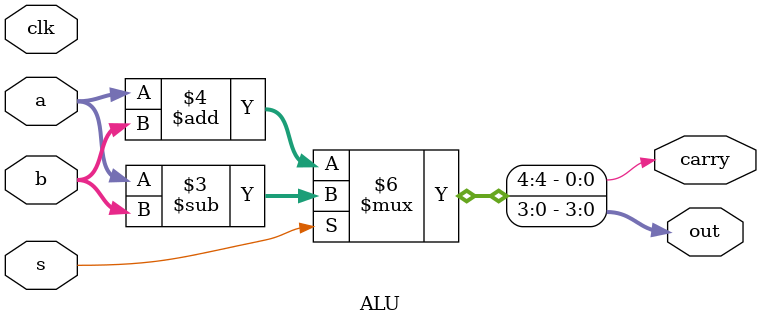
<source format=sv>
`timescale 1ns / 1ps
module ALU #(
    parameter N = 4 // Number of bits for the inputs
)(  input clk, 
    input      [N-1:0] a,        // Input A
    input      [N-1:0] b,        // Input B
    input              s,        // Operation selector (0 = Add, 1 = Sub)
    output logic [N-1:0] out,      // ALU output
    output    logic      carry     // Carry/Borrow flag
);

    always @(*) begin
        if (s == 1'b1) begin // Subtraction
            {carry, out} = a- b;
        end else begin // Addition
            {carry, out} = a + b;
        end
    end
endmodule




</source>
